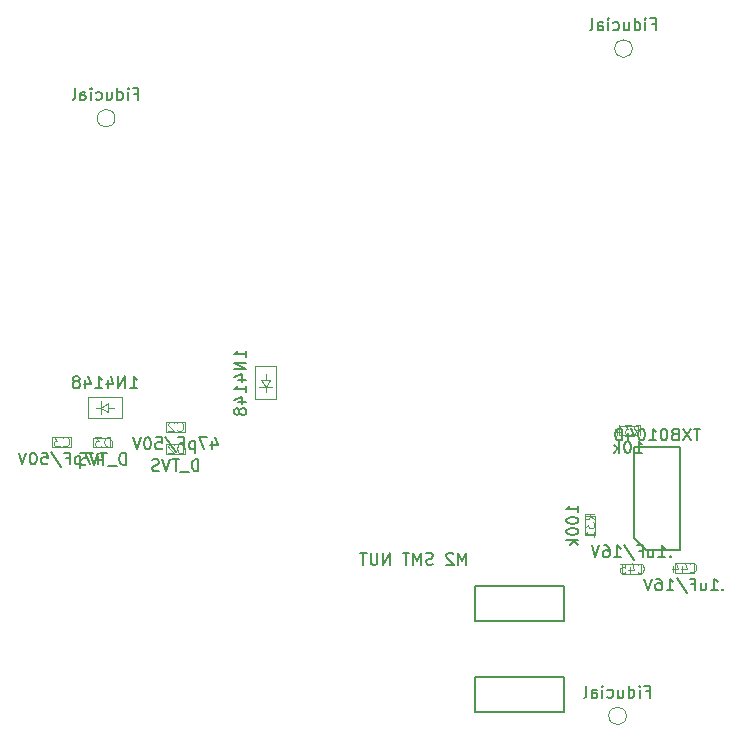
<source format=gbr>
G04 #@! TF.GenerationSoftware,KiCad,Pcbnew,6.0.11+dfsg-1~bpo11+1*
G04 #@! TF.CreationDate,2023-05-20T19:26:12-04:00*
G04 #@! TF.ProjectId,RUSP_Daughterboard,52555350-5f44-4617-9567-68746572626f,rev?*
G04 #@! TF.SameCoordinates,Original*
G04 #@! TF.FileFunction,AssemblyDrawing,Bot*
%FSLAX46Y46*%
G04 Gerber Fmt 4.6, Leading zero omitted, Abs format (unit mm)*
G04 Created by KiCad (PCBNEW 6.0.11+dfsg-1~bpo11+1) date 2023-05-20 19:26:12*
%MOMM*%
%LPD*%
G01*
G04 APERTURE LIST*
%ADD10C,0.150000*%
%ADD11C,0.120000*%
%ADD12C,0.100000*%
G04 APERTURE END LIST*
D10*
X129853571Y-115732380D02*
X129853571Y-114732380D01*
X129615476Y-114732380D01*
X129472619Y-114780000D01*
X129377380Y-114875238D01*
X129329761Y-114970476D01*
X129282142Y-115160952D01*
X129282142Y-115303809D01*
X129329761Y-115494285D01*
X129377380Y-115589523D01*
X129472619Y-115684761D01*
X129615476Y-115732380D01*
X129853571Y-115732380D01*
X129091666Y-115827619D02*
X128329761Y-115827619D01*
X128234523Y-114732380D02*
X127663095Y-114732380D01*
X127948809Y-115732380D02*
X127948809Y-114732380D01*
X127472619Y-114732380D02*
X127139285Y-115732380D01*
X126805952Y-114732380D01*
X126520238Y-115684761D02*
X126377380Y-115732380D01*
X126139285Y-115732380D01*
X126044047Y-115684761D01*
X125996428Y-115637142D01*
X125948809Y-115541904D01*
X125948809Y-115446666D01*
X125996428Y-115351428D01*
X126044047Y-115303809D01*
X126139285Y-115256190D01*
X126329761Y-115208571D01*
X126425000Y-115160952D01*
X126472619Y-115113333D01*
X126520238Y-115018095D01*
X126520238Y-114922857D01*
X126472619Y-114827619D01*
X126425000Y-114780000D01*
X126329761Y-114732380D01*
X126091666Y-114732380D01*
X125948809Y-114780000D01*
D11*
X128515476Y-114211904D02*
X128515476Y-113411904D01*
X128325000Y-113411904D01*
X128210714Y-113450000D01*
X128134523Y-113526190D01*
X128096428Y-113602380D01*
X128058333Y-113754761D01*
X128058333Y-113869047D01*
X128096428Y-114021428D01*
X128134523Y-114097619D01*
X128210714Y-114173809D01*
X128325000Y-114211904D01*
X128515476Y-114211904D01*
X127791666Y-113411904D02*
X127296428Y-113411904D01*
X127563095Y-113716666D01*
X127448809Y-113716666D01*
X127372619Y-113754761D01*
X127334523Y-113792857D01*
X127296428Y-113869047D01*
X127296428Y-114059523D01*
X127334523Y-114135714D01*
X127372619Y-114173809D01*
X127448809Y-114211904D01*
X127677380Y-114211904D01*
X127753571Y-114173809D01*
X127791666Y-114135714D01*
D10*
X136003571Y-116282380D02*
X136003571Y-115282380D01*
X135765476Y-115282380D01*
X135622619Y-115330000D01*
X135527380Y-115425238D01*
X135479761Y-115520476D01*
X135432142Y-115710952D01*
X135432142Y-115853809D01*
X135479761Y-116044285D01*
X135527380Y-116139523D01*
X135622619Y-116234761D01*
X135765476Y-116282380D01*
X136003571Y-116282380D01*
X135241666Y-116377619D02*
X134479761Y-116377619D01*
X134384523Y-115282380D02*
X133813095Y-115282380D01*
X134098809Y-116282380D02*
X134098809Y-115282380D01*
X133622619Y-115282380D02*
X133289285Y-116282380D01*
X132955952Y-115282380D01*
X132670238Y-116234761D02*
X132527380Y-116282380D01*
X132289285Y-116282380D01*
X132194047Y-116234761D01*
X132146428Y-116187142D01*
X132098809Y-116091904D01*
X132098809Y-115996666D01*
X132146428Y-115901428D01*
X132194047Y-115853809D01*
X132289285Y-115806190D01*
X132479761Y-115758571D01*
X132575000Y-115710952D01*
X132622619Y-115663333D01*
X132670238Y-115568095D01*
X132670238Y-115472857D01*
X132622619Y-115377619D01*
X132575000Y-115330000D01*
X132479761Y-115282380D01*
X132241666Y-115282380D01*
X132098809Y-115330000D01*
D11*
X134665476Y-114761904D02*
X134665476Y-113961904D01*
X134475000Y-113961904D01*
X134360714Y-114000000D01*
X134284523Y-114076190D01*
X134246428Y-114152380D01*
X134208333Y-114304761D01*
X134208333Y-114419047D01*
X134246428Y-114571428D01*
X134284523Y-114647619D01*
X134360714Y-114723809D01*
X134475000Y-114761904D01*
X134665476Y-114761904D01*
X133903571Y-114038095D02*
X133865476Y-114000000D01*
X133789285Y-113961904D01*
X133598809Y-113961904D01*
X133522619Y-114000000D01*
X133484523Y-114038095D01*
X133446428Y-114114285D01*
X133446428Y-114190476D01*
X133484523Y-114304761D01*
X133941666Y-114761904D01*
X133446428Y-114761904D01*
D10*
X174380952Y-78428571D02*
X174714285Y-78428571D01*
X174714285Y-78952380D02*
X174714285Y-77952380D01*
X174238095Y-77952380D01*
X173857142Y-78952380D02*
X173857142Y-78285714D01*
X173857142Y-77952380D02*
X173904761Y-78000000D01*
X173857142Y-78047619D01*
X173809523Y-78000000D01*
X173857142Y-77952380D01*
X173857142Y-78047619D01*
X172952380Y-78952380D02*
X172952380Y-77952380D01*
X172952380Y-78904761D02*
X173047619Y-78952380D01*
X173238095Y-78952380D01*
X173333333Y-78904761D01*
X173380952Y-78857142D01*
X173428571Y-78761904D01*
X173428571Y-78476190D01*
X173380952Y-78380952D01*
X173333333Y-78333333D01*
X173238095Y-78285714D01*
X173047619Y-78285714D01*
X172952380Y-78333333D01*
X172047619Y-78285714D02*
X172047619Y-78952380D01*
X172476190Y-78285714D02*
X172476190Y-78809523D01*
X172428571Y-78904761D01*
X172333333Y-78952380D01*
X172190476Y-78952380D01*
X172095238Y-78904761D01*
X172047619Y-78857142D01*
X171142857Y-78904761D02*
X171238095Y-78952380D01*
X171428571Y-78952380D01*
X171523809Y-78904761D01*
X171571428Y-78857142D01*
X171619047Y-78761904D01*
X171619047Y-78476190D01*
X171571428Y-78380952D01*
X171523809Y-78333333D01*
X171428571Y-78285714D01*
X171238095Y-78285714D01*
X171142857Y-78333333D01*
X170714285Y-78952380D02*
X170714285Y-78285714D01*
X170714285Y-77952380D02*
X170761904Y-78000000D01*
X170714285Y-78047619D01*
X170666666Y-78000000D01*
X170714285Y-77952380D01*
X170714285Y-78047619D01*
X169809523Y-78952380D02*
X169809523Y-78428571D01*
X169857142Y-78333333D01*
X169952380Y-78285714D01*
X170142857Y-78285714D01*
X170238095Y-78333333D01*
X169809523Y-78904761D02*
X169904761Y-78952380D01*
X170142857Y-78952380D01*
X170238095Y-78904761D01*
X170285714Y-78809523D01*
X170285714Y-78714285D01*
X170238095Y-78619047D01*
X170142857Y-78571428D01*
X169904761Y-78571428D01*
X169809523Y-78523809D01*
X169190476Y-78952380D02*
X169285714Y-78904761D01*
X169333333Y-78809523D01*
X169333333Y-77952380D01*
X137171428Y-113765714D02*
X137171428Y-114432380D01*
X137409523Y-113384761D02*
X137647619Y-114099047D01*
X137028571Y-114099047D01*
X136742857Y-113432380D02*
X136076190Y-113432380D01*
X136504761Y-114432380D01*
X135695238Y-113765714D02*
X135695238Y-114765714D01*
X135695238Y-113813333D02*
X135600000Y-113765714D01*
X135409523Y-113765714D01*
X135314285Y-113813333D01*
X135266666Y-113860952D01*
X135219047Y-113956190D01*
X135219047Y-114241904D01*
X135266666Y-114337142D01*
X135314285Y-114384761D01*
X135409523Y-114432380D01*
X135600000Y-114432380D01*
X135695238Y-114384761D01*
X134457142Y-113908571D02*
X134790476Y-113908571D01*
X134790476Y-114432380D02*
X134790476Y-113432380D01*
X134314285Y-113432380D01*
X133219047Y-113384761D02*
X134076190Y-114670476D01*
X132409523Y-113432380D02*
X132885714Y-113432380D01*
X132933333Y-113908571D01*
X132885714Y-113860952D01*
X132790476Y-113813333D01*
X132552380Y-113813333D01*
X132457142Y-113860952D01*
X132409523Y-113908571D01*
X132361904Y-114003809D01*
X132361904Y-114241904D01*
X132409523Y-114337142D01*
X132457142Y-114384761D01*
X132552380Y-114432380D01*
X132790476Y-114432380D01*
X132885714Y-114384761D01*
X132933333Y-114337142D01*
X131742857Y-113432380D02*
X131647619Y-113432380D01*
X131552380Y-113480000D01*
X131504761Y-113527619D01*
X131457142Y-113622857D01*
X131409523Y-113813333D01*
X131409523Y-114051428D01*
X131457142Y-114241904D01*
X131504761Y-114337142D01*
X131552380Y-114384761D01*
X131647619Y-114432380D01*
X131742857Y-114432380D01*
X131838095Y-114384761D01*
X131885714Y-114337142D01*
X131933333Y-114241904D01*
X131980952Y-114051428D01*
X131980952Y-113813333D01*
X131933333Y-113622857D01*
X131885714Y-113527619D01*
X131838095Y-113480000D01*
X131742857Y-113432380D01*
X131123809Y-113432380D02*
X130790476Y-114432380D01*
X130457142Y-113432380D01*
D11*
X134233333Y-112835714D02*
X134271428Y-112873809D01*
X134385714Y-112911904D01*
X134461904Y-112911904D01*
X134576190Y-112873809D01*
X134652380Y-112797619D01*
X134690476Y-112721428D01*
X134728571Y-112569047D01*
X134728571Y-112454761D01*
X134690476Y-112302380D01*
X134652380Y-112226190D01*
X134576190Y-112150000D01*
X134461904Y-112111904D01*
X134385714Y-112111904D01*
X134271428Y-112150000D01*
X134233333Y-112188095D01*
X133928571Y-112188095D02*
X133890476Y-112150000D01*
X133814285Y-112111904D01*
X133623809Y-112111904D01*
X133547619Y-112150000D01*
X133509523Y-112188095D01*
X133471428Y-112264285D01*
X133471428Y-112340476D01*
X133509523Y-112454761D01*
X133966666Y-112911904D01*
X133471428Y-112911904D01*
D10*
X130580952Y-84328571D02*
X130914285Y-84328571D01*
X130914285Y-84852380D02*
X130914285Y-83852380D01*
X130438095Y-83852380D01*
X130057142Y-84852380D02*
X130057142Y-84185714D01*
X130057142Y-83852380D02*
X130104761Y-83900000D01*
X130057142Y-83947619D01*
X130009523Y-83900000D01*
X130057142Y-83852380D01*
X130057142Y-83947619D01*
X129152380Y-84852380D02*
X129152380Y-83852380D01*
X129152380Y-84804761D02*
X129247619Y-84852380D01*
X129438095Y-84852380D01*
X129533333Y-84804761D01*
X129580952Y-84757142D01*
X129628571Y-84661904D01*
X129628571Y-84376190D01*
X129580952Y-84280952D01*
X129533333Y-84233333D01*
X129438095Y-84185714D01*
X129247619Y-84185714D01*
X129152380Y-84233333D01*
X128247619Y-84185714D02*
X128247619Y-84852380D01*
X128676190Y-84185714D02*
X128676190Y-84709523D01*
X128628571Y-84804761D01*
X128533333Y-84852380D01*
X128390476Y-84852380D01*
X128295238Y-84804761D01*
X128247619Y-84757142D01*
X127342857Y-84804761D02*
X127438095Y-84852380D01*
X127628571Y-84852380D01*
X127723809Y-84804761D01*
X127771428Y-84757142D01*
X127819047Y-84661904D01*
X127819047Y-84376190D01*
X127771428Y-84280952D01*
X127723809Y-84233333D01*
X127628571Y-84185714D01*
X127438095Y-84185714D01*
X127342857Y-84233333D01*
X126914285Y-84852380D02*
X126914285Y-84185714D01*
X126914285Y-83852380D02*
X126961904Y-83900000D01*
X126914285Y-83947619D01*
X126866666Y-83900000D01*
X126914285Y-83852380D01*
X126914285Y-83947619D01*
X126009523Y-84852380D02*
X126009523Y-84328571D01*
X126057142Y-84233333D01*
X126152380Y-84185714D01*
X126342857Y-84185714D01*
X126438095Y-84233333D01*
X126009523Y-84804761D02*
X126104761Y-84852380D01*
X126342857Y-84852380D01*
X126438095Y-84804761D01*
X126485714Y-84709523D01*
X126485714Y-84614285D01*
X126438095Y-84519047D01*
X126342857Y-84471428D01*
X126104761Y-84471428D01*
X126009523Y-84423809D01*
X125390476Y-84852380D02*
X125485714Y-84804761D01*
X125533333Y-84709523D01*
X125533333Y-83852380D01*
X127496428Y-115040714D02*
X127496428Y-115707380D01*
X127734523Y-114659761D02*
X127972619Y-115374047D01*
X127353571Y-115374047D01*
X127067857Y-114707380D02*
X126401190Y-114707380D01*
X126829761Y-115707380D01*
X126020238Y-115040714D02*
X126020238Y-116040714D01*
X126020238Y-115088333D02*
X125925000Y-115040714D01*
X125734523Y-115040714D01*
X125639285Y-115088333D01*
X125591666Y-115135952D01*
X125544047Y-115231190D01*
X125544047Y-115516904D01*
X125591666Y-115612142D01*
X125639285Y-115659761D01*
X125734523Y-115707380D01*
X125925000Y-115707380D01*
X126020238Y-115659761D01*
X124782142Y-115183571D02*
X125115476Y-115183571D01*
X125115476Y-115707380D02*
X125115476Y-114707380D01*
X124639285Y-114707380D01*
X123544047Y-114659761D02*
X124401190Y-115945476D01*
X122734523Y-114707380D02*
X123210714Y-114707380D01*
X123258333Y-115183571D01*
X123210714Y-115135952D01*
X123115476Y-115088333D01*
X122877380Y-115088333D01*
X122782142Y-115135952D01*
X122734523Y-115183571D01*
X122686904Y-115278809D01*
X122686904Y-115516904D01*
X122734523Y-115612142D01*
X122782142Y-115659761D01*
X122877380Y-115707380D01*
X123115476Y-115707380D01*
X123210714Y-115659761D01*
X123258333Y-115612142D01*
X122067857Y-114707380D02*
X121972619Y-114707380D01*
X121877380Y-114755000D01*
X121829761Y-114802619D01*
X121782142Y-114897857D01*
X121734523Y-115088333D01*
X121734523Y-115326428D01*
X121782142Y-115516904D01*
X121829761Y-115612142D01*
X121877380Y-115659761D01*
X121972619Y-115707380D01*
X122067857Y-115707380D01*
X122163095Y-115659761D01*
X122210714Y-115612142D01*
X122258333Y-115516904D01*
X122305952Y-115326428D01*
X122305952Y-115088333D01*
X122258333Y-114897857D01*
X122210714Y-114802619D01*
X122163095Y-114755000D01*
X122067857Y-114707380D01*
X121448809Y-114707380D02*
X121115476Y-115707380D01*
X120782142Y-114707380D01*
D11*
X124558333Y-114110714D02*
X124596428Y-114148809D01*
X124710714Y-114186904D01*
X124786904Y-114186904D01*
X124901190Y-114148809D01*
X124977380Y-114072619D01*
X125015476Y-113996428D01*
X125053571Y-113844047D01*
X125053571Y-113729761D01*
X125015476Y-113577380D01*
X124977380Y-113501190D01*
X124901190Y-113425000D01*
X124786904Y-113386904D01*
X124710714Y-113386904D01*
X124596428Y-113425000D01*
X124558333Y-113463095D01*
X124291666Y-113386904D02*
X123796428Y-113386904D01*
X124063095Y-113691666D01*
X123948809Y-113691666D01*
X123872619Y-113729761D01*
X123834523Y-113767857D01*
X123796428Y-113844047D01*
X123796428Y-114034523D01*
X123834523Y-114110714D01*
X123872619Y-114148809D01*
X123948809Y-114186904D01*
X124177380Y-114186904D01*
X124253571Y-114148809D01*
X124291666Y-114110714D01*
D10*
X130242857Y-109252380D02*
X130814285Y-109252380D01*
X130528571Y-109252380D02*
X130528571Y-108252380D01*
X130623809Y-108395238D01*
X130719047Y-108490476D01*
X130814285Y-108538095D01*
X129814285Y-109252380D02*
X129814285Y-108252380D01*
X129242857Y-109252380D01*
X129242857Y-108252380D01*
X128338095Y-108585714D02*
X128338095Y-109252380D01*
X128576190Y-108204761D02*
X128814285Y-108919047D01*
X128195238Y-108919047D01*
X127290476Y-109252380D02*
X127861904Y-109252380D01*
X127576190Y-109252380D02*
X127576190Y-108252380D01*
X127671428Y-108395238D01*
X127766666Y-108490476D01*
X127861904Y-108538095D01*
X126433333Y-108585714D02*
X126433333Y-109252380D01*
X126671428Y-108204761D02*
X126909523Y-108919047D01*
X126290476Y-108919047D01*
X125766666Y-108680952D02*
X125861904Y-108633333D01*
X125909523Y-108585714D01*
X125957142Y-108490476D01*
X125957142Y-108442857D01*
X125909523Y-108347619D01*
X125861904Y-108300000D01*
X125766666Y-108252380D01*
X125576190Y-108252380D01*
X125480952Y-108300000D01*
X125433333Y-108347619D01*
X125385714Y-108442857D01*
X125385714Y-108490476D01*
X125433333Y-108585714D01*
X125480952Y-108633333D01*
X125576190Y-108680952D01*
X125766666Y-108680952D01*
X125861904Y-108728571D01*
X125909523Y-108776190D01*
X125957142Y-108871428D01*
X125957142Y-109061904D01*
X125909523Y-109157142D01*
X125861904Y-109204761D01*
X125766666Y-109252380D01*
X125576190Y-109252380D01*
X125480952Y-109204761D01*
X125433333Y-109157142D01*
X125385714Y-109061904D01*
X125385714Y-108871428D01*
X125433333Y-108776190D01*
X125480952Y-108728571D01*
X125576190Y-108680952D01*
X168172380Y-119778571D02*
X168172380Y-119207142D01*
X168172380Y-119492857D02*
X167172380Y-119492857D01*
X167315238Y-119397619D01*
X167410476Y-119302380D01*
X167458095Y-119207142D01*
X167172380Y-120397619D02*
X167172380Y-120492857D01*
X167220000Y-120588095D01*
X167267619Y-120635714D01*
X167362857Y-120683333D01*
X167553333Y-120730952D01*
X167791428Y-120730952D01*
X167981904Y-120683333D01*
X168077142Y-120635714D01*
X168124761Y-120588095D01*
X168172380Y-120492857D01*
X168172380Y-120397619D01*
X168124761Y-120302380D01*
X168077142Y-120254761D01*
X167981904Y-120207142D01*
X167791428Y-120159523D01*
X167553333Y-120159523D01*
X167362857Y-120207142D01*
X167267619Y-120254761D01*
X167220000Y-120302380D01*
X167172380Y-120397619D01*
X167172380Y-121350000D02*
X167172380Y-121445238D01*
X167220000Y-121540476D01*
X167267619Y-121588095D01*
X167362857Y-121635714D01*
X167553333Y-121683333D01*
X167791428Y-121683333D01*
X167981904Y-121635714D01*
X168077142Y-121588095D01*
X168124761Y-121540476D01*
X168172380Y-121445238D01*
X168172380Y-121350000D01*
X168124761Y-121254761D01*
X168077142Y-121207142D01*
X167981904Y-121159523D01*
X167791428Y-121111904D01*
X167553333Y-121111904D01*
X167362857Y-121159523D01*
X167267619Y-121207142D01*
X167220000Y-121254761D01*
X167172380Y-121350000D01*
X168172380Y-122111904D02*
X167172380Y-122111904D01*
X167791428Y-122207142D02*
X168172380Y-122492857D01*
X167505714Y-122492857D02*
X167886666Y-122111904D01*
D11*
X169511904Y-120335714D02*
X169130952Y-120069047D01*
X169511904Y-119878571D02*
X168711904Y-119878571D01*
X168711904Y-120183333D01*
X168750000Y-120259523D01*
X168788095Y-120297619D01*
X168864285Y-120335714D01*
X168978571Y-120335714D01*
X169054761Y-120297619D01*
X169092857Y-120259523D01*
X169130952Y-120183333D01*
X169130952Y-119878571D01*
X168711904Y-120602380D02*
X168711904Y-121097619D01*
X169016666Y-120830952D01*
X169016666Y-120945238D01*
X169054761Y-121021428D01*
X169092857Y-121059523D01*
X169169047Y-121097619D01*
X169359523Y-121097619D01*
X169435714Y-121059523D01*
X169473809Y-121021428D01*
X169511904Y-120945238D01*
X169511904Y-120716666D01*
X169473809Y-120640476D01*
X169435714Y-120602380D01*
X169511904Y-121859523D02*
X169511904Y-121402380D01*
X169511904Y-121630952D02*
X168711904Y-121630952D01*
X168826190Y-121554761D01*
X168902380Y-121478571D01*
X168940476Y-121402380D01*
D10*
X140052380Y-106657142D02*
X140052380Y-106085714D01*
X140052380Y-106371428D02*
X139052380Y-106371428D01*
X139195238Y-106276190D01*
X139290476Y-106180952D01*
X139338095Y-106085714D01*
X140052380Y-107085714D02*
X139052380Y-107085714D01*
X140052380Y-107657142D01*
X139052380Y-107657142D01*
X139385714Y-108561904D02*
X140052380Y-108561904D01*
X139004761Y-108323809D02*
X139719047Y-108085714D01*
X139719047Y-108704761D01*
X140052380Y-109609523D02*
X140052380Y-109038095D01*
X140052380Y-109323809D02*
X139052380Y-109323809D01*
X139195238Y-109228571D01*
X139290476Y-109133333D01*
X139338095Y-109038095D01*
X139385714Y-110466666D02*
X140052380Y-110466666D01*
X139004761Y-110228571D02*
X139719047Y-109990476D01*
X139719047Y-110609523D01*
X139480952Y-111133333D02*
X139433333Y-111038095D01*
X139385714Y-110990476D01*
X139290476Y-110942857D01*
X139242857Y-110942857D01*
X139147619Y-110990476D01*
X139100000Y-111038095D01*
X139052380Y-111133333D01*
X139052380Y-111323809D01*
X139100000Y-111419047D01*
X139147619Y-111466666D01*
X139242857Y-111514285D01*
X139290476Y-111514285D01*
X139385714Y-111466666D01*
X139433333Y-111419047D01*
X139480952Y-111323809D01*
X139480952Y-111133333D01*
X139528571Y-111038095D01*
X139576190Y-110990476D01*
X139671428Y-110942857D01*
X139861904Y-110942857D01*
X139957142Y-110990476D01*
X140004761Y-111038095D01*
X140052380Y-111133333D01*
X140052380Y-111323809D01*
X140004761Y-111419047D01*
X139957142Y-111466666D01*
X139861904Y-111514285D01*
X139671428Y-111514285D01*
X139576190Y-111466666D01*
X139528571Y-111419047D01*
X139480952Y-111323809D01*
X158678571Y-124202380D02*
X158678571Y-123202380D01*
X158345238Y-123916666D01*
X158011904Y-123202380D01*
X158011904Y-124202380D01*
X157583333Y-123297619D02*
X157535714Y-123250000D01*
X157440476Y-123202380D01*
X157202380Y-123202380D01*
X157107142Y-123250000D01*
X157059523Y-123297619D01*
X157011904Y-123392857D01*
X157011904Y-123488095D01*
X157059523Y-123630952D01*
X157630952Y-124202380D01*
X157011904Y-124202380D01*
X155869047Y-124154761D02*
X155726190Y-124202380D01*
X155488095Y-124202380D01*
X155392857Y-124154761D01*
X155345238Y-124107142D01*
X155297619Y-124011904D01*
X155297619Y-123916666D01*
X155345238Y-123821428D01*
X155392857Y-123773809D01*
X155488095Y-123726190D01*
X155678571Y-123678571D01*
X155773809Y-123630952D01*
X155821428Y-123583333D01*
X155869047Y-123488095D01*
X155869047Y-123392857D01*
X155821428Y-123297619D01*
X155773809Y-123250000D01*
X155678571Y-123202380D01*
X155440476Y-123202380D01*
X155297619Y-123250000D01*
X154869047Y-124202380D02*
X154869047Y-123202380D01*
X154535714Y-123916666D01*
X154202380Y-123202380D01*
X154202380Y-124202380D01*
X153869047Y-123202380D02*
X153297619Y-123202380D01*
X153583333Y-124202380D02*
X153583333Y-123202380D01*
X152202380Y-124202380D02*
X152202380Y-123202380D01*
X151630952Y-124202380D01*
X151630952Y-123202380D01*
X151154761Y-123202380D02*
X151154761Y-124011904D01*
X151107142Y-124107142D01*
X151059523Y-124154761D01*
X150964285Y-124202380D01*
X150773809Y-124202380D01*
X150678571Y-124154761D01*
X150630952Y-124107142D01*
X150583333Y-124011904D01*
X150583333Y-123202380D01*
X150250000Y-123202380D02*
X149678571Y-123202380D01*
X149964285Y-124202380D02*
X149964285Y-123202380D01*
X172995238Y-114732380D02*
X173566666Y-114732380D01*
X173280952Y-114732380D02*
X173280952Y-113732380D01*
X173376190Y-113875238D01*
X173471428Y-113970476D01*
X173566666Y-114018095D01*
X172376190Y-113732380D02*
X172280952Y-113732380D01*
X172185714Y-113780000D01*
X172138095Y-113827619D01*
X172090476Y-113922857D01*
X172042857Y-114113333D01*
X172042857Y-114351428D01*
X172090476Y-114541904D01*
X172138095Y-114637142D01*
X172185714Y-114684761D01*
X172280952Y-114732380D01*
X172376190Y-114732380D01*
X172471428Y-114684761D01*
X172519047Y-114637142D01*
X172566666Y-114541904D01*
X172614285Y-114351428D01*
X172614285Y-114113333D01*
X172566666Y-113922857D01*
X172519047Y-113827619D01*
X172471428Y-113780000D01*
X172376190Y-113732380D01*
X171614285Y-114732380D02*
X171614285Y-113732380D01*
X171519047Y-114351428D02*
X171233333Y-114732380D01*
X171233333Y-114065714D02*
X171614285Y-114446666D01*
D11*
X172914285Y-113211904D02*
X173180952Y-112830952D01*
X173371428Y-113211904D02*
X173371428Y-112411904D01*
X173066666Y-112411904D01*
X172990476Y-112450000D01*
X172952380Y-112488095D01*
X172914285Y-112564285D01*
X172914285Y-112678571D01*
X172952380Y-112754761D01*
X172990476Y-112792857D01*
X173066666Y-112830952D01*
X173371428Y-112830952D01*
X172647619Y-112411904D02*
X172152380Y-112411904D01*
X172419047Y-112716666D01*
X172304761Y-112716666D01*
X172228571Y-112754761D01*
X172190476Y-112792857D01*
X172152380Y-112869047D01*
X172152380Y-113059523D01*
X172190476Y-113135714D01*
X172228571Y-113173809D01*
X172304761Y-113211904D01*
X172533333Y-113211904D01*
X172609523Y-113173809D01*
X172647619Y-113135714D01*
X171466666Y-112678571D02*
X171466666Y-113211904D01*
X171657142Y-112373809D02*
X171847619Y-112945238D01*
X171352380Y-112945238D01*
D10*
X180411904Y-126287142D02*
X180364285Y-126334761D01*
X180411904Y-126382380D01*
X180459523Y-126334761D01*
X180411904Y-126287142D01*
X180411904Y-126382380D01*
X179411904Y-126382380D02*
X179983333Y-126382380D01*
X179697619Y-126382380D02*
X179697619Y-125382380D01*
X179792857Y-125525238D01*
X179888095Y-125620476D01*
X179983333Y-125668095D01*
X178554761Y-125715714D02*
X178554761Y-126382380D01*
X178983333Y-125715714D02*
X178983333Y-126239523D01*
X178935714Y-126334761D01*
X178840476Y-126382380D01*
X178697619Y-126382380D01*
X178602380Y-126334761D01*
X178554761Y-126287142D01*
X177745238Y-125858571D02*
X178078571Y-125858571D01*
X178078571Y-126382380D02*
X178078571Y-125382380D01*
X177602380Y-125382380D01*
X176507142Y-125334761D02*
X177364285Y-126620476D01*
X175650000Y-126382380D02*
X176221428Y-126382380D01*
X175935714Y-126382380D02*
X175935714Y-125382380D01*
X176030952Y-125525238D01*
X176126190Y-125620476D01*
X176221428Y-125668095D01*
X174792857Y-125382380D02*
X174983333Y-125382380D01*
X175078571Y-125430000D01*
X175126190Y-125477619D01*
X175221428Y-125620476D01*
X175269047Y-125810952D01*
X175269047Y-126191904D01*
X175221428Y-126287142D01*
X175173809Y-126334761D01*
X175078571Y-126382380D01*
X174888095Y-126382380D01*
X174792857Y-126334761D01*
X174745238Y-126287142D01*
X174697619Y-126191904D01*
X174697619Y-125953809D01*
X174745238Y-125858571D01*
X174792857Y-125810952D01*
X174888095Y-125763333D01*
X175078571Y-125763333D01*
X175173809Y-125810952D01*
X175221428Y-125858571D01*
X175269047Y-125953809D01*
X174411904Y-125382380D02*
X174078571Y-126382380D01*
X173745238Y-125382380D01*
D11*
X177664285Y-124785714D02*
X177702380Y-124823809D01*
X177816666Y-124861904D01*
X177892857Y-124861904D01*
X178007142Y-124823809D01*
X178083333Y-124747619D01*
X178121428Y-124671428D01*
X178159523Y-124519047D01*
X178159523Y-124404761D01*
X178121428Y-124252380D01*
X178083333Y-124176190D01*
X178007142Y-124100000D01*
X177892857Y-124061904D01*
X177816666Y-124061904D01*
X177702380Y-124100000D01*
X177664285Y-124138095D01*
X176978571Y-124328571D02*
X176978571Y-124861904D01*
X177169047Y-124023809D02*
X177359523Y-124595238D01*
X176864285Y-124595238D01*
X176216666Y-124328571D02*
X176216666Y-124861904D01*
X176407142Y-124023809D02*
X176597619Y-124595238D01*
X176102380Y-124595238D01*
D10*
X175961904Y-123477142D02*
X175914285Y-123524761D01*
X175961904Y-123572380D01*
X176009523Y-123524761D01*
X175961904Y-123477142D01*
X175961904Y-123572380D01*
X174961904Y-123572380D02*
X175533333Y-123572380D01*
X175247619Y-123572380D02*
X175247619Y-122572380D01*
X175342857Y-122715238D01*
X175438095Y-122810476D01*
X175533333Y-122858095D01*
X174104761Y-122905714D02*
X174104761Y-123572380D01*
X174533333Y-122905714D02*
X174533333Y-123429523D01*
X174485714Y-123524761D01*
X174390476Y-123572380D01*
X174247619Y-123572380D01*
X174152380Y-123524761D01*
X174104761Y-123477142D01*
X173295238Y-123048571D02*
X173628571Y-123048571D01*
X173628571Y-123572380D02*
X173628571Y-122572380D01*
X173152380Y-122572380D01*
X172057142Y-122524761D02*
X172914285Y-123810476D01*
X171200000Y-123572380D02*
X171771428Y-123572380D01*
X171485714Y-123572380D02*
X171485714Y-122572380D01*
X171580952Y-122715238D01*
X171676190Y-122810476D01*
X171771428Y-122858095D01*
X170342857Y-122572380D02*
X170533333Y-122572380D01*
X170628571Y-122620000D01*
X170676190Y-122667619D01*
X170771428Y-122810476D01*
X170819047Y-123000952D01*
X170819047Y-123381904D01*
X170771428Y-123477142D01*
X170723809Y-123524761D01*
X170628571Y-123572380D01*
X170438095Y-123572380D01*
X170342857Y-123524761D01*
X170295238Y-123477142D01*
X170247619Y-123381904D01*
X170247619Y-123143809D01*
X170295238Y-123048571D01*
X170342857Y-123000952D01*
X170438095Y-122953333D01*
X170628571Y-122953333D01*
X170723809Y-123000952D01*
X170771428Y-123048571D01*
X170819047Y-123143809D01*
X169961904Y-122572380D02*
X169628571Y-123572380D01*
X169295238Y-122572380D01*
D11*
X173214285Y-124835714D02*
X173252380Y-124873809D01*
X173366666Y-124911904D01*
X173442857Y-124911904D01*
X173557142Y-124873809D01*
X173633333Y-124797619D01*
X173671428Y-124721428D01*
X173709523Y-124569047D01*
X173709523Y-124454761D01*
X173671428Y-124302380D01*
X173633333Y-124226190D01*
X173557142Y-124150000D01*
X173442857Y-124111904D01*
X173366666Y-124111904D01*
X173252380Y-124150000D01*
X173214285Y-124188095D01*
X172528571Y-124378571D02*
X172528571Y-124911904D01*
X172719047Y-124073809D02*
X172909523Y-124645238D01*
X172414285Y-124645238D01*
X171728571Y-124111904D02*
X172109523Y-124111904D01*
X172147619Y-124492857D01*
X172109523Y-124454761D01*
X172033333Y-124416666D01*
X171842857Y-124416666D01*
X171766666Y-124454761D01*
X171728571Y-124492857D01*
X171690476Y-124569047D01*
X171690476Y-124759523D01*
X171728571Y-124835714D01*
X171766666Y-124873809D01*
X171842857Y-124911904D01*
X172033333Y-124911904D01*
X172109523Y-124873809D01*
X172147619Y-124835714D01*
D10*
X173880952Y-134928571D02*
X174214285Y-134928571D01*
X174214285Y-135452380D02*
X174214285Y-134452380D01*
X173738095Y-134452380D01*
X173357142Y-135452380D02*
X173357142Y-134785714D01*
X173357142Y-134452380D02*
X173404761Y-134500000D01*
X173357142Y-134547619D01*
X173309523Y-134500000D01*
X173357142Y-134452380D01*
X173357142Y-134547619D01*
X172452380Y-135452380D02*
X172452380Y-134452380D01*
X172452380Y-135404761D02*
X172547619Y-135452380D01*
X172738095Y-135452380D01*
X172833333Y-135404761D01*
X172880952Y-135357142D01*
X172928571Y-135261904D01*
X172928571Y-134976190D01*
X172880952Y-134880952D01*
X172833333Y-134833333D01*
X172738095Y-134785714D01*
X172547619Y-134785714D01*
X172452380Y-134833333D01*
X171547619Y-134785714D02*
X171547619Y-135452380D01*
X171976190Y-134785714D02*
X171976190Y-135309523D01*
X171928571Y-135404761D01*
X171833333Y-135452380D01*
X171690476Y-135452380D01*
X171595238Y-135404761D01*
X171547619Y-135357142D01*
X170642857Y-135404761D02*
X170738095Y-135452380D01*
X170928571Y-135452380D01*
X171023809Y-135404761D01*
X171071428Y-135357142D01*
X171119047Y-135261904D01*
X171119047Y-134976190D01*
X171071428Y-134880952D01*
X171023809Y-134833333D01*
X170928571Y-134785714D01*
X170738095Y-134785714D01*
X170642857Y-134833333D01*
X170214285Y-135452380D02*
X170214285Y-134785714D01*
X170214285Y-134452380D02*
X170261904Y-134500000D01*
X170214285Y-134547619D01*
X170166666Y-134500000D01*
X170214285Y-134452380D01*
X170214285Y-134547619D01*
X169309523Y-135452380D02*
X169309523Y-134928571D01*
X169357142Y-134833333D01*
X169452380Y-134785714D01*
X169642857Y-134785714D01*
X169738095Y-134833333D01*
X169309523Y-135404761D02*
X169404761Y-135452380D01*
X169642857Y-135452380D01*
X169738095Y-135404761D01*
X169785714Y-135309523D01*
X169785714Y-135214285D01*
X169738095Y-135119047D01*
X169642857Y-135071428D01*
X169404761Y-135071428D01*
X169309523Y-135023809D01*
X168690476Y-135452380D02*
X168785714Y-135404761D01*
X168833333Y-135309523D01*
X168833333Y-134452380D01*
X178516666Y-112677380D02*
X177945238Y-112677380D01*
X178230952Y-113677380D02*
X178230952Y-112677380D01*
X177707142Y-112677380D02*
X177040476Y-113677380D01*
X177040476Y-112677380D02*
X177707142Y-113677380D01*
X176326190Y-113153571D02*
X176183333Y-113201190D01*
X176135714Y-113248809D01*
X176088095Y-113344047D01*
X176088095Y-113486904D01*
X176135714Y-113582142D01*
X176183333Y-113629761D01*
X176278571Y-113677380D01*
X176659523Y-113677380D01*
X176659523Y-112677380D01*
X176326190Y-112677380D01*
X176230952Y-112725000D01*
X176183333Y-112772619D01*
X176135714Y-112867857D01*
X176135714Y-112963095D01*
X176183333Y-113058333D01*
X176230952Y-113105952D01*
X176326190Y-113153571D01*
X176659523Y-113153571D01*
X175469047Y-112677380D02*
X175373809Y-112677380D01*
X175278571Y-112725000D01*
X175230952Y-112772619D01*
X175183333Y-112867857D01*
X175135714Y-113058333D01*
X175135714Y-113296428D01*
X175183333Y-113486904D01*
X175230952Y-113582142D01*
X175278571Y-113629761D01*
X175373809Y-113677380D01*
X175469047Y-113677380D01*
X175564285Y-113629761D01*
X175611904Y-113582142D01*
X175659523Y-113486904D01*
X175707142Y-113296428D01*
X175707142Y-113058333D01*
X175659523Y-112867857D01*
X175611904Y-112772619D01*
X175564285Y-112725000D01*
X175469047Y-112677380D01*
X174183333Y-113677380D02*
X174754761Y-113677380D01*
X174469047Y-113677380D02*
X174469047Y-112677380D01*
X174564285Y-112820238D01*
X174659523Y-112915476D01*
X174754761Y-112963095D01*
X173564285Y-112677380D02*
X173469047Y-112677380D01*
X173373809Y-112725000D01*
X173326190Y-112772619D01*
X173278571Y-112867857D01*
X173230952Y-113058333D01*
X173230952Y-113296428D01*
X173278571Y-113486904D01*
X173326190Y-113582142D01*
X173373809Y-113629761D01*
X173469047Y-113677380D01*
X173564285Y-113677380D01*
X173659523Y-113629761D01*
X173707142Y-113582142D01*
X173754761Y-113486904D01*
X173802380Y-113296428D01*
X173802380Y-113058333D01*
X173754761Y-112867857D01*
X173707142Y-112772619D01*
X173659523Y-112725000D01*
X173564285Y-112677380D01*
X172373809Y-113010714D02*
X172373809Y-113677380D01*
X172611904Y-112629761D02*
X172849999Y-113344047D01*
X172230952Y-113344047D01*
X171850000Y-113677380D02*
X171850000Y-112677380D01*
X171611904Y-112677380D01*
X171469047Y-112725000D01*
X171373809Y-112820238D01*
X171326190Y-112915476D01*
X171278571Y-113105952D01*
X171278571Y-113248809D01*
X171326190Y-113439285D01*
X171373809Y-113534523D01*
X171469047Y-113629761D01*
X171611904Y-113677380D01*
X171850000Y-113677380D01*
D12*
X127125000Y-114250000D02*
X127125000Y-113450000D01*
X128725000Y-113750000D02*
X128725000Y-114250000D01*
X128425000Y-113450000D02*
X128725000Y-113750000D01*
X128725000Y-114250000D02*
X127125000Y-114250000D01*
X127125000Y-113450000D02*
X128425000Y-113450000D01*
D10*
X166950000Y-133700000D02*
X159450000Y-133700000D01*
X159450000Y-136700000D02*
X166950000Y-136700000D01*
X166950000Y-136700000D02*
X166950000Y-133700000D01*
X159450000Y-133700000D02*
X159450000Y-136700000D01*
D12*
X133275000Y-114000000D02*
X134575000Y-114000000D01*
X134575000Y-114000000D02*
X134875000Y-114300000D01*
X134875000Y-114800000D02*
X133275000Y-114800000D01*
X133275000Y-114800000D02*
X133275000Y-114000000D01*
X134875000Y-114300000D02*
X134875000Y-114800000D01*
X172750000Y-80500000D02*
G75*
G03*
X172750000Y-80500000I-750000J0D01*
G01*
X133300000Y-112150000D02*
X133300000Y-112950000D01*
X133300000Y-112950000D02*
X134900000Y-112950000D01*
X134900000Y-112950000D02*
X134900000Y-112150000D01*
X134900000Y-112150000D02*
X133300000Y-112150000D01*
X128950000Y-86400000D02*
G75*
G03*
X128950000Y-86400000I-750000J0D01*
G01*
X123625000Y-114225000D02*
X125225000Y-114225000D01*
X125225000Y-113425000D02*
X123625000Y-113425000D01*
X125225000Y-114225000D02*
X125225000Y-113425000D01*
X123625000Y-113425000D02*
X123625000Y-114225000D01*
D10*
X166950000Y-129000000D02*
X166950000Y-126000000D01*
X159450000Y-129000000D02*
X166950000Y-129000000D01*
X159450000Y-126000000D02*
X159450000Y-129000000D01*
X166950000Y-126000000D02*
X159450000Y-126000000D01*
D12*
X127750000Y-110900000D02*
X127750000Y-111450000D01*
X126700000Y-111800000D02*
X129500000Y-111800000D01*
X129500000Y-110000000D02*
X126700000Y-110000000D01*
X127750000Y-110900000D02*
X127750000Y-110350000D01*
X128350000Y-110900000D02*
X128850000Y-110900000D01*
X128350000Y-110500000D02*
X127750000Y-110900000D01*
X126700000Y-110000000D02*
X126700000Y-111800000D01*
X127750000Y-110900000D02*
X128350000Y-111300000D01*
X127350000Y-110900000D02*
X127750000Y-110900000D01*
X129500000Y-111800000D02*
X129500000Y-110000000D01*
X128350000Y-111300000D02*
X128350000Y-110500000D01*
X168737500Y-120050000D02*
X168737500Y-121650000D01*
X169562500Y-121650000D02*
X169562500Y-120050000D01*
X168737500Y-121650000D02*
X169562500Y-121650000D01*
X169562500Y-120050000D02*
X168737500Y-120050000D01*
X140800000Y-110200000D02*
X142600000Y-110200000D01*
X141300000Y-108550000D02*
X141700000Y-109150000D01*
X140800000Y-107400000D02*
X140800000Y-110200000D01*
X141700000Y-109150000D02*
X142100000Y-108550000D01*
X142100000Y-108550000D02*
X141300000Y-108550000D01*
X141700000Y-109550000D02*
X141700000Y-109150000D01*
X142600000Y-110200000D02*
X142600000Y-107400000D01*
X142600000Y-107400000D02*
X140800000Y-107400000D01*
X141700000Y-109150000D02*
X141150000Y-109150000D01*
X141700000Y-109150000D02*
X142250000Y-109150000D01*
X141700000Y-108550000D02*
X141700000Y-108050000D01*
X171600000Y-113262500D02*
X173200000Y-113262500D01*
X173200000Y-112437500D02*
X171600000Y-112437500D01*
X171600000Y-112437500D02*
X171600000Y-113262500D01*
X173200000Y-113262500D02*
X173200000Y-112437500D01*
X177950000Y-124900000D02*
X177950000Y-124100000D01*
X177950000Y-124100000D02*
X176350000Y-124100000D01*
X176350000Y-124100000D02*
X176350000Y-124900000D01*
X176350000Y-124900000D02*
X177950000Y-124900000D01*
X173500000Y-124150000D02*
X171900000Y-124150000D01*
X173500000Y-124950000D02*
X173500000Y-124150000D01*
X171900000Y-124150000D02*
X171900000Y-124950000D01*
X171900000Y-124950000D02*
X173500000Y-124950000D01*
X172250000Y-137000000D02*
G75*
G03*
X172250000Y-137000000I-750000J0D01*
G01*
D10*
X176800000Y-114250000D02*
X172900000Y-114250000D01*
X173900000Y-122950000D02*
X176800000Y-122950000D01*
X172900000Y-121950000D02*
X173900000Y-122950000D01*
X172900000Y-114250000D02*
X172900000Y-121950000D01*
X176800000Y-122950000D02*
X176800000Y-114250000D01*
M02*

</source>
